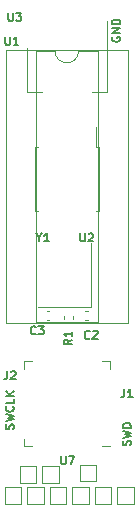
<source format=gbr>
G04 #@! TF.GenerationSoftware,KiCad,Pcbnew,5.1.5+dfsg1-2build2*
G04 #@! TF.CreationDate,2023-02-09T08:11:11+00:00*
G04 #@! TF.ProjectId,video-ram-replacement,76696465-6f2d-4726-916d-2d7265706c61,rev?*
G04 #@! TF.SameCoordinates,Original*
G04 #@! TF.FileFunction,Legend,Top*
G04 #@! TF.FilePolarity,Positive*
%FSLAX46Y46*%
G04 Gerber Fmt 4.6, Leading zero omitted, Abs format (unit mm)*
G04 Created by KiCad (PCBNEW 5.1.5+dfsg1-2build2) date 2023-02-09 08:11:11*
%MOMM*%
%LPD*%
G04 APERTURE LIST*
%ADD10C,0.150000*%
%ADD11C,0.120000*%
G04 APERTURE END LIST*
D10*
X187229000Y-124231333D02*
X187195666Y-124298000D01*
X187195666Y-124398000D01*
X187229000Y-124498000D01*
X187295666Y-124564666D01*
X187362333Y-124598000D01*
X187495666Y-124631333D01*
X187595666Y-124631333D01*
X187729000Y-124598000D01*
X187795666Y-124564666D01*
X187862333Y-124498000D01*
X187895666Y-124398000D01*
X187895666Y-124331333D01*
X187862333Y-124231333D01*
X187829000Y-124198000D01*
X187595666Y-124198000D01*
X187595666Y-124331333D01*
X187895666Y-123898000D02*
X187195666Y-123898000D01*
X187895666Y-123498000D01*
X187195666Y-123498000D01*
X187895666Y-123164666D02*
X187195666Y-123164666D01*
X187195666Y-122998000D01*
X187229000Y-122898000D01*
X187295666Y-122831333D01*
X187362333Y-122798000D01*
X187495666Y-122764666D01*
X187595666Y-122764666D01*
X187729000Y-122798000D01*
X187795666Y-122831333D01*
X187862333Y-122898000D01*
X187895666Y-122998000D01*
X187895666Y-123164666D01*
X178845333Y-157412333D02*
X178878666Y-157312333D01*
X178878666Y-157145666D01*
X178845333Y-157079000D01*
X178812000Y-157045666D01*
X178745333Y-157012333D01*
X178678666Y-157012333D01*
X178612000Y-157045666D01*
X178578666Y-157079000D01*
X178545333Y-157145666D01*
X178512000Y-157279000D01*
X178478666Y-157345666D01*
X178445333Y-157379000D01*
X178378666Y-157412333D01*
X178312000Y-157412333D01*
X178245333Y-157379000D01*
X178212000Y-157345666D01*
X178178666Y-157279000D01*
X178178666Y-157112333D01*
X178212000Y-157012333D01*
X178178666Y-156779000D02*
X178878666Y-156612333D01*
X178378666Y-156479000D01*
X178878666Y-156345666D01*
X178178666Y-156179000D01*
X178812000Y-155512333D02*
X178845333Y-155545666D01*
X178878666Y-155645666D01*
X178878666Y-155712333D01*
X178845333Y-155812333D01*
X178778666Y-155879000D01*
X178712000Y-155912333D01*
X178578666Y-155945666D01*
X178478666Y-155945666D01*
X178345333Y-155912333D01*
X178278666Y-155879000D01*
X178212000Y-155812333D01*
X178178666Y-155712333D01*
X178178666Y-155645666D01*
X178212000Y-155545666D01*
X178245333Y-155512333D01*
X178878666Y-154879000D02*
X178878666Y-155212333D01*
X178178666Y-155212333D01*
X178878666Y-154645666D02*
X178178666Y-154645666D01*
X178878666Y-154245666D02*
X178478666Y-154545666D01*
X178178666Y-154245666D02*
X178578666Y-154645666D01*
X188751333Y-158811000D02*
X188784666Y-158711000D01*
X188784666Y-158544333D01*
X188751333Y-158477666D01*
X188718000Y-158444333D01*
X188651333Y-158411000D01*
X188584666Y-158411000D01*
X188518000Y-158444333D01*
X188484666Y-158477666D01*
X188451333Y-158544333D01*
X188418000Y-158677666D01*
X188384666Y-158744333D01*
X188351333Y-158777666D01*
X188284666Y-158811000D01*
X188218000Y-158811000D01*
X188151333Y-158777666D01*
X188118000Y-158744333D01*
X188084666Y-158677666D01*
X188084666Y-158511000D01*
X188118000Y-158411000D01*
X188084666Y-158177666D02*
X188784666Y-158011000D01*
X188284666Y-157877666D01*
X188784666Y-157744333D01*
X188084666Y-157577666D01*
X188784666Y-157311000D02*
X188084666Y-157311000D01*
X188084666Y-157144333D01*
X188118000Y-157044333D01*
X188184666Y-156977666D01*
X188251333Y-156944333D01*
X188384666Y-156911000D01*
X188484666Y-156911000D01*
X188618000Y-156944333D01*
X188684666Y-156977666D01*
X188751333Y-157044333D01*
X188784666Y-157144333D01*
X188784666Y-157311000D01*
D11*
X184466000Y-161863000D02*
X184466000Y-160463000D01*
X185866000Y-161863000D02*
X184466000Y-161863000D01*
X185866000Y-160463000D02*
X185866000Y-161863000D01*
X184466000Y-160463000D02*
X185866000Y-160463000D01*
X181291000Y-161990000D02*
X181291000Y-160590000D01*
X182691000Y-161990000D02*
X181291000Y-161990000D01*
X182691000Y-160590000D02*
X182691000Y-161990000D01*
X181291000Y-160590000D02*
X182691000Y-160590000D01*
X180021000Y-163768000D02*
X180021000Y-162368000D01*
X181421000Y-163768000D02*
X180021000Y-163768000D01*
X181421000Y-162368000D02*
X181421000Y-163768000D01*
X180021000Y-162368000D02*
X181421000Y-162368000D01*
X178116000Y-163768000D02*
X178116000Y-162368000D01*
X179516000Y-163768000D02*
X178116000Y-163768000D01*
X179516000Y-162368000D02*
X179516000Y-163768000D01*
X178116000Y-162368000D02*
X179516000Y-162368000D01*
X179386000Y-161990000D02*
X179386000Y-160590000D01*
X180786000Y-161990000D02*
X179386000Y-161990000D01*
X180786000Y-160590000D02*
X180786000Y-161990000D01*
X179386000Y-160590000D02*
X180786000Y-160590000D01*
X181926000Y-163768000D02*
X181926000Y-162368000D01*
X183326000Y-163768000D02*
X181926000Y-163768000D01*
X183326000Y-162368000D02*
X183326000Y-163768000D01*
X181926000Y-162368000D02*
X183326000Y-162368000D01*
X187641000Y-163768000D02*
X187641000Y-162368000D01*
X189041000Y-163768000D02*
X187641000Y-163768000D01*
X189041000Y-162368000D02*
X189041000Y-163768000D01*
X187641000Y-162368000D02*
X189041000Y-162368000D01*
X183831000Y-163768000D02*
X183831000Y-162368000D01*
X185231000Y-163768000D02*
X183831000Y-163768000D01*
X185231000Y-162368000D02*
X185231000Y-163768000D01*
X183831000Y-162368000D02*
X185231000Y-162368000D01*
X185736000Y-163768000D02*
X185736000Y-162368000D01*
X187136000Y-163768000D02*
X185736000Y-163768000D01*
X187136000Y-162368000D02*
X187136000Y-163768000D01*
X185736000Y-162368000D02*
X187136000Y-162368000D01*
X188506000Y-125342000D02*
X178226000Y-125342000D01*
X188506000Y-148442000D02*
X188506000Y-125342000D01*
X178226000Y-148442000D02*
X188506000Y-148442000D01*
X178226000Y-125342000D02*
X178226000Y-148442000D01*
X186016000Y-125402000D02*
X184366000Y-125402000D01*
X186016000Y-148382000D02*
X186016000Y-125402000D01*
X180716000Y-148382000D02*
X186016000Y-148382000D01*
X180716000Y-125402000D02*
X180716000Y-148382000D01*
X182366000Y-125402000D02*
X180716000Y-125402000D01*
X184366000Y-125402000D02*
G75*
G02X182366000Y-125402000I-1000000J0D01*
G01*
X186798000Y-122900000D02*
X186798000Y-128910000D01*
X179978000Y-125150000D02*
X179978000Y-128910000D01*
X186798000Y-128910000D02*
X185538000Y-128910000D01*
X179978000Y-128910000D02*
X181238000Y-128910000D01*
X185853000Y-133546000D02*
X185853000Y-131871000D01*
X186113000Y-133546000D02*
X185853000Y-133546000D01*
X186113000Y-136271000D02*
X186113000Y-133546000D01*
X186113000Y-138996000D02*
X185853000Y-138996000D01*
X186113000Y-136271000D02*
X186113000Y-138996000D01*
X180663000Y-133546000D02*
X180923000Y-133546000D01*
X180663000Y-136271000D02*
X180663000Y-133546000D01*
X180663000Y-138996000D02*
X180923000Y-138996000D01*
X180663000Y-136271000D02*
X180663000Y-138996000D01*
X180428000Y-158880200D02*
X179778000Y-158880200D01*
X179778000Y-158880200D02*
X179778000Y-158230200D01*
X186348000Y-151660200D02*
X186998000Y-151660200D01*
X186998000Y-151660200D02*
X186998000Y-152310200D01*
X180428000Y-151660200D02*
X179778000Y-151660200D01*
X179778000Y-151660200D02*
X179778000Y-152310200D01*
X186348000Y-158880200D02*
X186998000Y-158880200D01*
X185384000Y-147099000D02*
X185384000Y-141699000D01*
X180884000Y-147099000D02*
X185384000Y-147099000D01*
X183849600Y-148088236D02*
X183849600Y-147872564D01*
X183129600Y-148088236D02*
X183129600Y-147872564D01*
X181895636Y-147468000D02*
X181679964Y-147468000D01*
X181895636Y-148188000D02*
X181679964Y-148188000D01*
X184931164Y-148188000D02*
X185146836Y-148188000D01*
X184931164Y-147468000D02*
X185146836Y-147468000D01*
D10*
X178328666Y-152524666D02*
X178328666Y-153024666D01*
X178295333Y-153124666D01*
X178228666Y-153191333D01*
X178128666Y-153224666D01*
X178062000Y-153224666D01*
X178628666Y-152591333D02*
X178662000Y-152558000D01*
X178728666Y-152524666D01*
X178895333Y-152524666D01*
X178962000Y-152558000D01*
X178995333Y-152591333D01*
X179028666Y-152658000D01*
X179028666Y-152724666D01*
X178995333Y-152824666D01*
X178595333Y-153224666D01*
X179028666Y-153224666D01*
X188234666Y-154048666D02*
X188234666Y-154548666D01*
X188201333Y-154648666D01*
X188134666Y-154715333D01*
X188034666Y-154748666D01*
X187968000Y-154748666D01*
X188934666Y-154748666D02*
X188534666Y-154748666D01*
X188734666Y-154748666D02*
X188734666Y-154048666D01*
X188668000Y-154148666D01*
X188601333Y-154215333D01*
X188534666Y-154248666D01*
X178155666Y-124203666D02*
X178155666Y-124770333D01*
X178189000Y-124837000D01*
X178222333Y-124870333D01*
X178289000Y-124903666D01*
X178422333Y-124903666D01*
X178489000Y-124870333D01*
X178522333Y-124837000D01*
X178555666Y-124770333D01*
X178555666Y-124203666D01*
X179255666Y-124903666D02*
X178855666Y-124903666D01*
X179055666Y-124903666D02*
X179055666Y-124203666D01*
X178989000Y-124303666D01*
X178922333Y-124370333D01*
X178855666Y-124403666D01*
X178409666Y-122171666D02*
X178409666Y-122738333D01*
X178443000Y-122805000D01*
X178476333Y-122838333D01*
X178543000Y-122871666D01*
X178676333Y-122871666D01*
X178743000Y-122838333D01*
X178776333Y-122805000D01*
X178809666Y-122738333D01*
X178809666Y-122171666D01*
X179076333Y-122171666D02*
X179509666Y-122171666D01*
X179276333Y-122438333D01*
X179376333Y-122438333D01*
X179443000Y-122471666D01*
X179476333Y-122505000D01*
X179509666Y-122571666D01*
X179509666Y-122738333D01*
X179476333Y-122805000D01*
X179443000Y-122838333D01*
X179376333Y-122871666D01*
X179176333Y-122871666D01*
X179109666Y-122838333D01*
X179076333Y-122805000D01*
X184505666Y-140840666D02*
X184505666Y-141407333D01*
X184539000Y-141474000D01*
X184572333Y-141507333D01*
X184639000Y-141540666D01*
X184772333Y-141540666D01*
X184839000Y-141507333D01*
X184872333Y-141474000D01*
X184905666Y-141407333D01*
X184905666Y-140840666D01*
X185205666Y-140907333D02*
X185239000Y-140874000D01*
X185305666Y-140840666D01*
X185472333Y-140840666D01*
X185539000Y-140874000D01*
X185572333Y-140907333D01*
X185605666Y-140974000D01*
X185605666Y-141040666D01*
X185572333Y-141140666D01*
X185172333Y-141540666D01*
X185605666Y-141540666D01*
X182854666Y-159706866D02*
X182854666Y-160273533D01*
X182888000Y-160340200D01*
X182921333Y-160373533D01*
X182988000Y-160406866D01*
X183121333Y-160406866D01*
X183188000Y-160373533D01*
X183221333Y-160340200D01*
X183254666Y-160273533D01*
X183254666Y-159706866D01*
X183521333Y-159706866D02*
X183988000Y-159706866D01*
X183688000Y-160406866D01*
X181022666Y-141207333D02*
X181022666Y-141540666D01*
X180789333Y-140840666D02*
X181022666Y-141207333D01*
X181256000Y-140840666D01*
X181856000Y-141540666D02*
X181456000Y-141540666D01*
X181656000Y-141540666D02*
X181656000Y-140840666D01*
X181589333Y-140940666D01*
X181522666Y-141007333D01*
X181456000Y-141040666D01*
X183831666Y-149849666D02*
X183498333Y-150083000D01*
X183831666Y-150249666D02*
X183131666Y-150249666D01*
X183131666Y-149983000D01*
X183165000Y-149916333D01*
X183198333Y-149883000D01*
X183265000Y-149849666D01*
X183365000Y-149849666D01*
X183431666Y-149883000D01*
X183465000Y-149916333D01*
X183498333Y-149983000D01*
X183498333Y-150249666D01*
X183831666Y-149183000D02*
X183831666Y-149583000D01*
X183831666Y-149383000D02*
X183131666Y-149383000D01*
X183231666Y-149449666D01*
X183298333Y-149516333D01*
X183331666Y-149583000D01*
X180731333Y-149348000D02*
X180698000Y-149381333D01*
X180598000Y-149414666D01*
X180531333Y-149414666D01*
X180431333Y-149381333D01*
X180364666Y-149314666D01*
X180331333Y-149248000D01*
X180298000Y-149114666D01*
X180298000Y-149014666D01*
X180331333Y-148881333D01*
X180364666Y-148814666D01*
X180431333Y-148748000D01*
X180531333Y-148714666D01*
X180598000Y-148714666D01*
X180698000Y-148748000D01*
X180731333Y-148781333D01*
X180964666Y-148714666D02*
X181398000Y-148714666D01*
X181164666Y-148981333D01*
X181264666Y-148981333D01*
X181331333Y-149014666D01*
X181364666Y-149048000D01*
X181398000Y-149114666D01*
X181398000Y-149281333D01*
X181364666Y-149348000D01*
X181331333Y-149381333D01*
X181264666Y-149414666D01*
X181064666Y-149414666D01*
X180998000Y-149381333D01*
X180964666Y-149348000D01*
X185303333Y-149729000D02*
X185270000Y-149762333D01*
X185170000Y-149795666D01*
X185103333Y-149795666D01*
X185003333Y-149762333D01*
X184936666Y-149695666D01*
X184903333Y-149629000D01*
X184870000Y-149495666D01*
X184870000Y-149395666D01*
X184903333Y-149262333D01*
X184936666Y-149195666D01*
X185003333Y-149129000D01*
X185103333Y-149095666D01*
X185170000Y-149095666D01*
X185270000Y-149129000D01*
X185303333Y-149162333D01*
X185570000Y-149162333D02*
X185603333Y-149129000D01*
X185670000Y-149095666D01*
X185836666Y-149095666D01*
X185903333Y-149129000D01*
X185936666Y-149162333D01*
X185970000Y-149229000D01*
X185970000Y-149295666D01*
X185936666Y-149395666D01*
X185536666Y-149795666D01*
X185970000Y-149795666D01*
M02*

</source>
